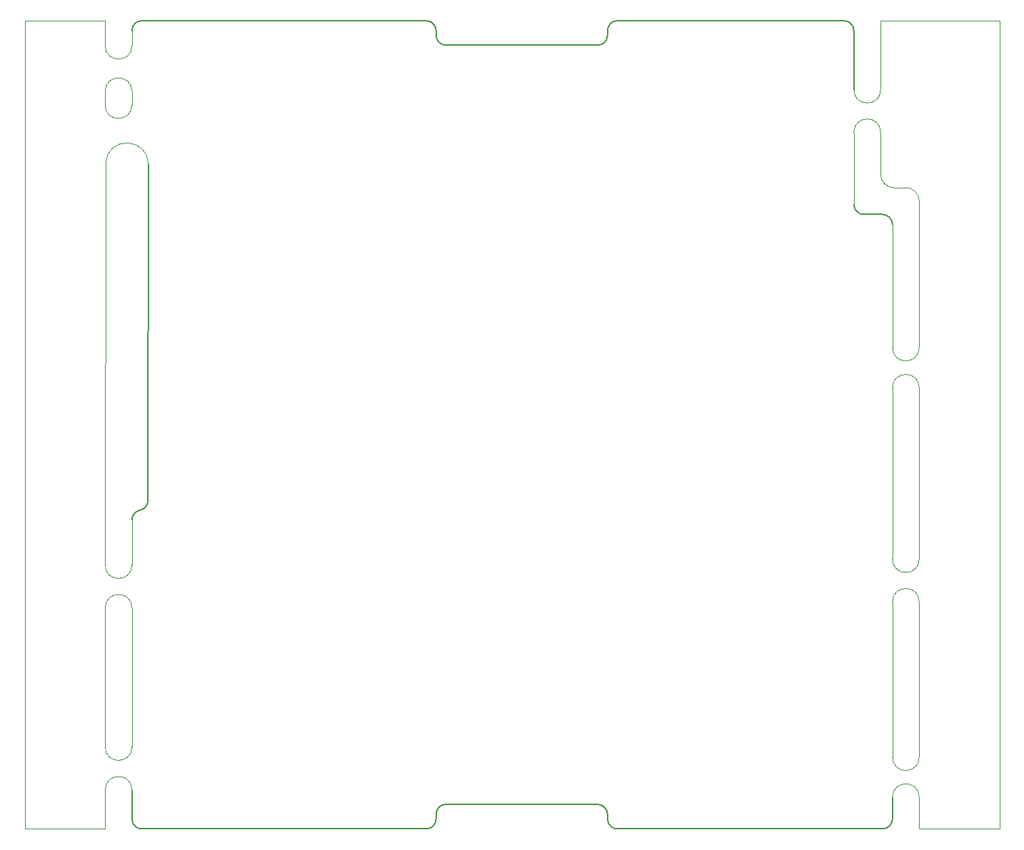
<source format=gbr>
%TF.GenerationSoftware,KiCad,Pcbnew,8.0.2*%
%TF.CreationDate,2024-06-04T21:53:01-04:00*%
%TF.ProjectId,SilverSat_Comms,53696c76-6572-4536-9174-5f436f6d6d73,1.0 Beta*%
%TF.SameCoordinates,Original*%
%TF.FileFunction,Profile,NP*%
%FSLAX46Y46*%
G04 Gerber Fmt 4.6, Leading zero omitted, Abs format (unit mm)*
G04 Created by KiCad (PCBNEW 8.0.2) date 2024-06-04 21:53:01*
%MOMM*%
%LPD*%
G01*
G04 APERTURE LIST*
%TA.AperFunction,Profile*%
%ADD10C,0.100000*%
%TD*%
%TA.AperFunction,Profile*%
%ADD11C,0.200000*%
%TD*%
G04 APERTURE END LIST*
D10*
X195410000Y-140667300D02*
X195410000Y-122252300D01*
X102065000Y-144551982D02*
X102065000Y-149189000D01*
D11*
X105240000Y-147995200D02*
X105240000Y-144551982D01*
D10*
X190838000Y-66562800D02*
G75*
G02*
X194013000Y-66562800I1587500J0D01*
G01*
D11*
X161625000Y-55031200D02*
G75*
G02*
X160431200Y-56225000I-1193800J0D01*
G01*
X107145000Y-110212700D02*
G75*
G02*
X106192500Y-111381859I-1193800J0D01*
G01*
X194216200Y-149189000D02*
X162818800Y-149189000D01*
X190838000Y-61482800D02*
X190838000Y-54497800D01*
D10*
X198585000Y-92089800D02*
G75*
G02*
X195410000Y-92089800I-1587500J0D01*
G01*
X102065000Y-53304000D02*
X102065000Y-54497800D01*
D11*
X160431200Y-56225000D02*
X142498800Y-56225000D01*
D10*
X105240000Y-117881982D02*
G75*
G02*
X102065000Y-117881982I-1587500J0D01*
G01*
X105240000Y-139471982D02*
G75*
G02*
X102065000Y-139471982I-1587500J0D01*
G01*
D11*
X107191173Y-70363000D02*
X107145000Y-110212700D01*
X161625000Y-54497800D02*
G75*
G02*
X162818800Y-53304000I1193800J0D01*
G01*
D10*
X102065000Y-53304000D02*
X92540000Y-53304000D01*
X92540000Y-53304000D02*
X92540000Y-54497800D01*
D11*
X142498800Y-56225000D02*
G75*
G02*
X141305000Y-55031200I0J1193800D01*
G01*
D10*
X195410000Y-96852300D02*
G75*
G02*
X198585000Y-96852300I1587500J0D01*
G01*
X194013000Y-61482800D02*
G75*
G02*
X190838000Y-61482800I-1587500J0D01*
G01*
X195410000Y-92089800D02*
X195410000Y-77484800D01*
X198585000Y-117172300D02*
G75*
G02*
X195410000Y-117172300I-1587500J0D01*
G01*
X102065000Y-139471982D02*
X102065000Y-122961982D01*
X102065000Y-117881982D02*
X102108000Y-70236000D01*
X102065000Y-122961982D02*
G75*
G02*
X105240000Y-122961982I1587500J0D01*
G01*
D11*
X195410000Y-145429800D02*
X195410000Y-147995200D01*
D10*
X105219500Y-63314500D02*
X105240000Y-61684482D01*
X105240000Y-139471982D02*
X105240000Y-122961982D01*
D11*
X106433800Y-53304000D02*
X140111200Y-53304000D01*
D10*
X105219500Y-63314500D02*
G75*
G02*
X102044500Y-63314500I-1587500J0D01*
G01*
X195572156Y-73115747D02*
G75*
G02*
X194013053Y-71528500I14044J1573147D01*
G01*
X190838000Y-66562800D02*
X190838000Y-75097200D01*
X102065000Y-56286982D02*
X102065000Y-54497800D01*
X195410000Y-145429800D02*
G75*
G02*
X198585000Y-145429800I1587500J0D01*
G01*
X198585000Y-140667300D02*
G75*
G02*
X195410000Y-140667300I-1587500J0D01*
G01*
X194013000Y-66562800D02*
X194013000Y-71528500D01*
D11*
X106433800Y-149189000D02*
G75*
G02*
X105240000Y-147995200I0J1193800D01*
G01*
D10*
X102044500Y-63314500D02*
X102065000Y-61684482D01*
D11*
X140111200Y-149189000D02*
X106433800Y-149189000D01*
X141305000Y-147461800D02*
G75*
G02*
X142498800Y-146268000I1193800J0D01*
G01*
D10*
X92540000Y-54497800D02*
X92540000Y-149189000D01*
D11*
X162818800Y-149189000D02*
G75*
G02*
X161625000Y-147995200I0J1193800D01*
G01*
X140111200Y-53304000D02*
G75*
G02*
X141305000Y-54497800I0J-1193800D01*
G01*
D10*
X198585000Y-140667300D02*
X198585000Y-122252300D01*
D11*
X141305000Y-55031200D02*
X141305000Y-54497800D01*
D10*
X198585000Y-149189000D02*
X208110000Y-149189000D01*
X198585000Y-149189000D02*
X198585000Y-145429800D01*
X196997500Y-73113309D02*
X195572156Y-73115747D01*
D11*
X194216200Y-76291000D02*
X192031800Y-76291000D01*
D10*
X102065000Y-144551982D02*
G75*
G02*
X105240000Y-144551982I1587500J0D01*
G01*
D11*
X162818800Y-53304000D02*
X189644200Y-53304000D01*
D10*
X105240000Y-56286982D02*
X105240000Y-54497800D01*
D11*
X195410000Y-147995200D02*
G75*
G02*
X194216200Y-149189000I-1193800J0D01*
G01*
D10*
X102065000Y-149189000D02*
X92540000Y-149189000D01*
D11*
X161625000Y-54497800D02*
X161625000Y-55031200D01*
X105240000Y-112551018D02*
G75*
G02*
X106192496Y-111381842I1193800J18D01*
G01*
X189644200Y-53304000D02*
G75*
G02*
X190838000Y-54497800I0J-1193800D01*
G01*
D10*
X105240000Y-56286982D02*
G75*
G02*
X102065000Y-56286982I-1587500J0D01*
G01*
D11*
X142498800Y-146268000D02*
X160431200Y-146268000D01*
X141305000Y-147995200D02*
X141305000Y-147461800D01*
X161625000Y-147461800D02*
X161625000Y-147995200D01*
D10*
X198585000Y-92089800D02*
X198585000Y-74700809D01*
X195410000Y-122252300D02*
G75*
G02*
X198585000Y-122252300I1587500J0D01*
G01*
X208110000Y-149189000D02*
X208110000Y-53304000D01*
X195410000Y-117172300D02*
X195410000Y-96852300D01*
D11*
X141305000Y-147995200D02*
G75*
G02*
X140111200Y-149189000I-1193800J0D01*
G01*
X105240000Y-54497800D02*
G75*
G02*
X106433800Y-53304000I1193800J0D01*
G01*
X160431200Y-146268000D02*
G75*
G02*
X161625000Y-147461800I0J-1193800D01*
G01*
X194216200Y-76291000D02*
G75*
G02*
X195410000Y-77484800I0J-1193800D01*
G01*
D10*
X105240000Y-117881982D02*
X105240000Y-112551018D01*
X194013000Y-53304000D02*
X208110000Y-53304000D01*
X194013000Y-54497800D02*
X194013000Y-53304000D01*
X198585000Y-117172300D02*
X198585000Y-96852300D01*
X102065000Y-61684482D02*
G75*
G02*
X105240000Y-61684482I1587500J0D01*
G01*
X102108000Y-70236000D02*
G75*
G02*
X107191173Y-70363000I2540000J-127000D01*
G01*
X194013000Y-54497800D02*
X194013000Y-61482800D01*
D11*
X192031800Y-76291000D02*
G75*
G02*
X190838000Y-75097200I0J1193800D01*
G01*
D10*
X196997500Y-73113309D02*
G75*
G02*
X198584991Y-74700809I0J-1587491D01*
G01*
M02*

</source>
